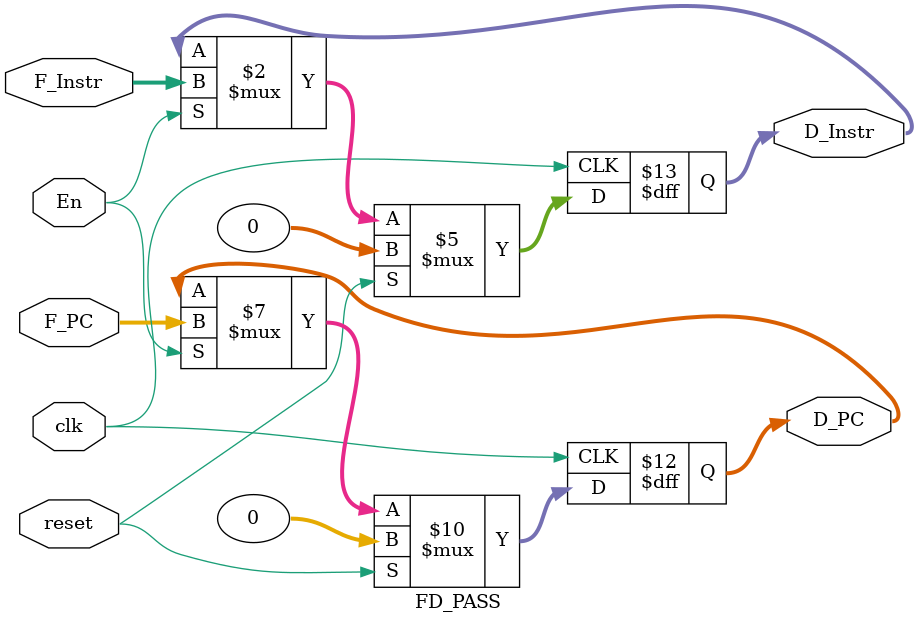
<source format=v>
`timescale 1ns / 1ps
`include "def.v"

module FD_PASS(
    input clk,
    input reset,
    input En,
	 
    input [31:0] F_PC,
    input [31:0] F_Instr,
    output reg [31:0] D_PC,
    output reg [31:0] D_Instr
    );

    always @(posedge clk) begin
        if (reset) begin
            D_Instr <= 0;
            D_PC <= 0;
        end else if(En) begin
            D_Instr <= F_Instr;
            D_PC <= F_PC;
        end
    end

endmodule


</source>
